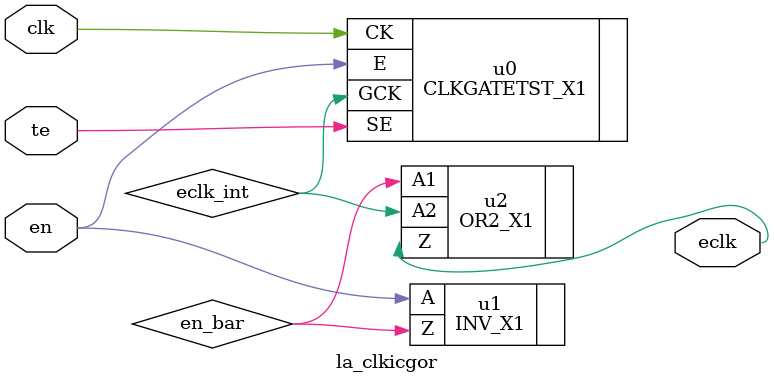
<source format=v>

module la_clkicgor #(
    parameter PROP = "DEFAULT"
) (
    input  clk,  // clock input
    input  te,   // test enable
    input  en,   // enable
    output eclk  // enabled clock output
);

    // reg en_stable;

    // always @(clk or en or te) if (clk) en_stable <= en | te;

    // assign eclk = clk | ~en_stable;

    wire eclk_int;
    wire en_bar;

    CLKGATETST_X1 u0(.CK(clk), .E(en), .SE(te), .GCK(eclk_int));

    INV_X1 u1(.A(en), .Z(en_bar));
    OR2_X1 u2(.A1(en_bar), .A2(eclk_int), .Z(eclk));


endmodule

</source>
